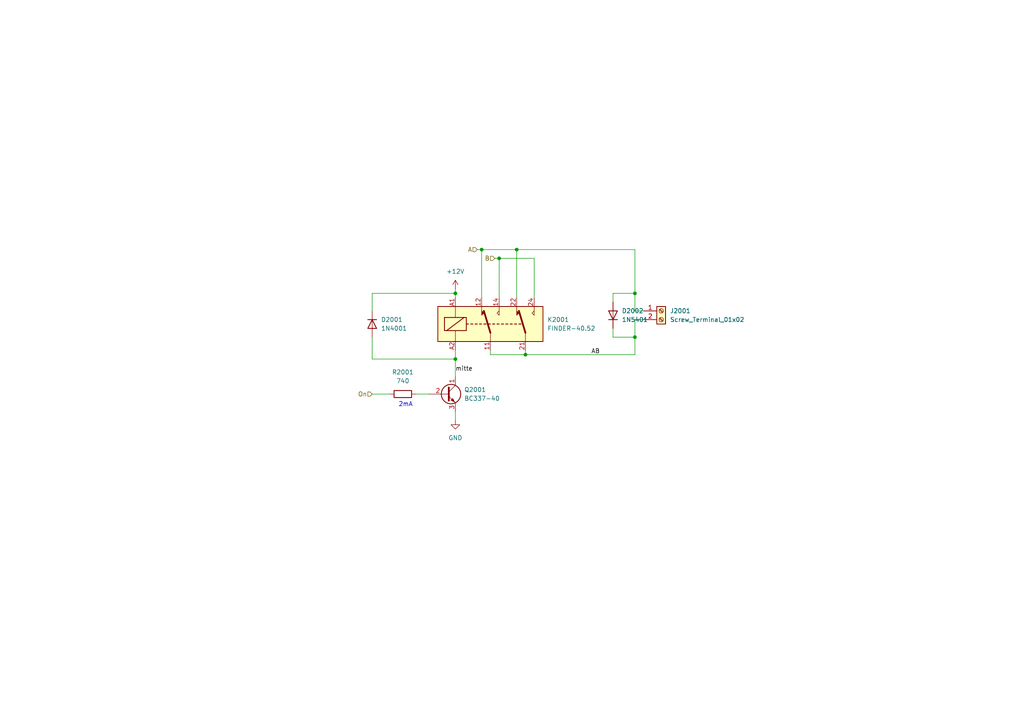
<source format=kicad_sch>
(kicad_sch (version 20211123) (generator eeschema)
  (paper "A4")
  (title_block (date "2022-03-14") (company "makerspace Bocholt"))
  (lib_symbols
    (symbol "Connector:Screw_Terminal_01x02" (pin_names (offset 1.016) hide)
      (property "Reference" "J" (at 0 2.54 0))
      (property "Value" "Screw_Terminal_01x02" (at 0 -5.08 0))
      (symbol "Screw_Terminal_01x02_1_1"
        (rectangle (start -1.27 1.27) (end 1.27 -3.81) (stroke (width 0.254)) (fill (type background)))
        (circle (center 0 -2.54) (radius 0.635) (stroke (width 0.1524)))
        (polyline (pts (xy -0.5334 -2.2098) (xy 0.3302 -3.048)) (stroke (width 0.1524)))
        (polyline (pts (xy -0.5334 0.3302) (xy 0.3302 -0.508)) (stroke (width 0.1524)))
        (polyline (pts (xy -0.3556 -2.032) (xy 0.508 -2.8702)) (stroke (width 0.1524)))
        (polyline (pts (xy -0.3556 0.508) (xy 0.508 -0.3302)) (stroke (width 0.1524)))
        (circle (center 0 0) (radius 0.635) (stroke (width 0.1524)))
        (pin passive line (at -5.08 0 0) (length 3.81) (name "Pin_1") (number "1"))
        (pin passive line (at -5.08 -2.54 0) (length 3.81) (name "Pin_2") (number "2"))
      )
    )
    (symbol "Device:R" (pin_numbers hide) (pin_names (offset 0))
      (property "Reference" "R" (at 2.032 0 90))
      (property "Value" "R" (at 0 0 90))
      (symbol "R_0_1"
        (rectangle (start -1.016 -2.54) (end 1.016 2.54) (stroke (width 0.254)))
      )
      (symbol "R_1_1"
        (pin passive line (at 0 3.81 270) (length 1.27) (name "~") (number "1"))
        (pin passive line (at 0 -3.81 90) (length 1.27) (name "~") (number "2"))
      )
    )
    (symbol "Diode:1N4001" (pin_numbers hide) (pin_names (offset 1.016) hide)
      (property "Reference" "D" (at 0 2.54 0))
      (property "Value" "1N4001" (at 0 -2.54 0))
      (symbol "1N4001_0_1"
        (polyline (pts (xy -1.27 1.27) (xy -1.27 -1.27)) (stroke (width 0.254)))
        (polyline (pts (xy 1.27 0) (xy -1.27 0)))
        (polyline (pts (xy 1.27 1.27) (xy 1.27 -1.27) (xy -1.27 0) (xy 1.27 1.27)) (stroke (width 0.254)))
      )
      (symbol "1N4001_1_1"
        (pin passive line (at -3.81 0 0) (length 2.54) (name "K") (number "1"))
        (pin passive line (at 3.81 0 180) (length 2.54) (name "A") (number "2"))
      )
    )
    (symbol "Diode:1N5401" (pin_numbers hide) (pin_names (offset 1.016) hide)
      (property "Reference" "D" (at 0 2.54 0))
      (property "Value" "1N5401" (at 0 -2.54 0))
      (symbol "1N5401_0_1"
        (polyline (pts (xy -1.27 1.27) (xy -1.27 -1.27)) (stroke (width 0.254)))
        (polyline (pts (xy 1.27 0) (xy -1.27 0)))
        (polyline (pts (xy 1.27 1.27) (xy 1.27 -1.27) (xy -1.27 0) (xy 1.27 1.27)) (stroke (width 0.254)))
      )
      (symbol "1N5401_1_1"
        (pin passive line (at -3.81 0 0) (length 2.54) (name "K") (number "1"))
        (pin passive line (at 3.81 0 180) (length 2.54) (name "A") (number "2"))
      )
    )
    (symbol "Relay:FINDER-40.52"
      (property "Reference" "K" (at 16.51 3.81 0))
      (property "Value" "FINDER-40.52" (at 16.51 1.27 0))
      (symbol "FINDER-40.52_0_1"
        (rectangle (start -15.24 5.08) (end 15.24 -5.08) (stroke (width 0.254)) (fill (type background)))
        (rectangle (start -13.335 1.905) (end -6.985 -1.905) (stroke (width 0.254)))
        (polyline (pts (xy -12.7 -1.905) (xy -7.62 1.905)) (stroke (width 0.254)))
        (polyline (pts (xy -10.16 -5.08) (xy -10.16 -1.905)))
        (polyline (pts (xy -10.16 5.08) (xy -10.16 1.905)))
        (polyline (pts (xy -6.985 0) (xy -6.35 0)) (stroke (width 0.254)))
        (polyline (pts (xy -5.715 0) (xy -5.08 0)) (stroke (width 0.254)))
        (polyline (pts (xy -4.445 0) (xy -3.81 0)) (stroke (width 0.254)))
        (polyline (pts (xy -3.175 0) (xy -2.54 0)) (stroke (width 0.254)))
        (polyline (pts (xy -1.905 0) (xy -1.27 0)) (stroke (width 0.254)))
        (polyline (pts (xy -0.635 0) (xy 0 0)) (stroke (width 0.254)))
        (polyline (pts (xy 0 -2.54) (xy -1.905 3.81)) (stroke (width 0.508)))
        (polyline (pts (xy 0 -2.54) (xy 0 -5.08)))
        (polyline (pts (xy 0.635 0) (xy 1.27 0)) (stroke (width 0.254)))
        (polyline (pts (xy 1.905 0) (xy 2.54 0)) (stroke (width 0.254)))
        (polyline (pts (xy 3.175 0) (xy 3.81 0)) (stroke (width 0.254)))
        (polyline (pts (xy 4.445 0) (xy 5.08 0)) (stroke (width 0.254)))
        (polyline (pts (xy 5.715 0) (xy 6.35 0)) (stroke (width 0.254)))
        (polyline (pts (xy 6.985 0) (xy 7.62 0)) (stroke (width 0.254)))
        (polyline (pts (xy 8.255 0) (xy 8.89 0)) (stroke (width 0.254)))
        (polyline (pts (xy 10.16 -2.54) (xy 8.255 3.81)) (stroke (width 0.508)))
        (polyline (pts (xy 10.16 -2.54) (xy 10.16 -5.08)))
        (polyline (pts (xy -2.54 5.08) (xy -2.54 2.54) (xy -1.905 3.175) (xy -2.54 3.81)) (fill (type outline)))
        (polyline (pts (xy 2.54 5.08) (xy 2.54 2.54) (xy 1.905 3.175) (xy 2.54 3.81)))
        (polyline (pts (xy 7.62 5.08) (xy 7.62 2.54) (xy 8.255 3.175) (xy 7.62 3.81)) (fill (type outline)))
        (polyline (pts (xy 12.7 5.08) (xy 12.7 2.54) (xy 12.065 3.175) (xy 12.7 3.81)))
      )
      (symbol "FINDER-40.52_1_1"
        (pin passive line (at 0 -7.62 90) (length 2.54) (name "~") (number "11"))
        (pin passive line (at -2.54 7.62 270) (length 2.54) (name "~") (number "12"))
        (pin passive line (at 2.54 7.62 270) (length 2.54) (name "~") (number "14"))
        (pin passive line (at 10.16 -7.62 90) (length 2.54) (name "~") (number "21"))
        (pin passive line (at 7.62 7.62 270) (length 2.54) (name "~") (number "22"))
        (pin passive line (at 12.7 7.62 270) (length 2.54) (name "~") (number "24"))
        (pin passive line (at -10.16 7.62 270) (length 2.54) (name "~") (number "A1"))
        (pin passive line (at -10.16 -7.62 90) (length 2.54) (name "~") (number "A2"))
      )
    )
    (symbol "Transistor_BJT:BC337" (pin_names (offset 0) hide)
      (property "Reference" "Q" (at 5.08 1.905 0))
      (property "Value" "BC337" (at 5.08 0 0))
      (symbol "BC337_0_1"
        (polyline (pts (xy 0 0) (xy 0.635 0)))
        (polyline (pts (xy 0.635 0.635) (xy 2.54 2.54)))
        (polyline (pts (xy 0.635 -0.635) (xy 2.54 -2.54) (xy 2.54 -2.54)))
        (polyline (pts (xy 0.635 1.905) (xy 0.635 -1.905) (xy 0.635 -1.905)) (stroke (width 0.508)))
        (polyline (pts (xy 1.27 -1.778) (xy 1.778 -1.27) (xy 2.286 -2.286) (xy 1.27 -1.778) (xy 1.27 -1.778)) (fill (type outline)))
        (circle (center 1.27 0) (radius 2.8194) (stroke (width 0.254)))
      )
      (symbol "BC337_1_1"
        (pin passive line (at 2.54 5.08 270) (length 2.54) (name "C") (number "1"))
        (pin input line (at -5.08 0 0) (length 5.08) (name "B") (number "2"))
        (pin passive line (at 2.54 -5.08 90) (length 2.54) (name "E") (number "3"))
      )
    )
    (symbol "power:+12V" (power) (pin_names (offset 0))
      (property "Value" "+12V" (at 0 3.556 0))
      (symbol "+12V_0_1"
        (polyline (pts (xy -0.762 1.27) (xy 0 2.54)))
        (polyline (pts (xy 0 0) (xy 0 2.54)))
        (polyline (pts (xy 0 2.54) (xy 0.762 1.27)))
      )
      (symbol "+12V_1_1"
        (pin power_in line (at 0 0 90) (length 0) hide (name "+12V") (number "1"))
      )
    )
    (symbol "power:GND" (power) (pin_names (offset 0))
      (property "Value" "GND" (at 0 -3.81 0))
      (symbol "GND_0_1"
        (polyline (pts (xy 0 0) (xy 0 -1.27) (xy 1.27 -1.27) (xy 0 -2.54) (xy -1.27 -1.27) (xy 0 -1.27)))
      )
      (symbol "GND_1_1"
        (pin power_in line (at 0 0 270) (length 0) hide (name "GND") (number "1"))
      )
    )
  )
  (junction (at 139.7 72.39))
  (junction (at 132.08 85.09))
  (junction (at 149.86 72.39))
  (junction (at 144.78 74.93))
  (junction (at 132.08 104.14))
  (junction (at 184.15 85.09))
  (junction (at 184.15 97.79))
  (junction (at 152.4 102.87))
  (wire (pts (xy 184.15 85.09) (xy 184.15 72.39)))
  (wire (pts (xy 177.8 87.63) (xy 177.8 85.09)))
  (wire (pts (xy 149.86 72.39) (xy 149.86 86.36)))
  (wire (pts (xy 138.43 72.39) (xy 139.7 72.39)))
  (wire (pts (xy 107.95 114.3) (xy 113.03 114.3)))
  (wire (pts (xy 184.15 102.87) (xy 184.15 97.79)))
  (wire (pts (xy 132.08 85.09) (xy 132.08 86.36)))
  (wire (pts (xy 107.95 104.14) (xy 132.08 104.14)))
  (wire (pts (xy 142.24 102.87) (xy 152.4 102.87)))
  (wire (pts (xy 132.08 104.14) (xy 132.08 109.22)))
  (wire (pts (xy 184.15 90.17) (xy 184.15 85.09)))
  (wire (pts (xy 132.08 83.82) (xy 132.08 85.09)))
  (wire (pts (xy 107.95 90.17) (xy 107.95 85.09)))
  (wire (pts (xy 149.86 72.39) (xy 184.15 72.39)))
  (wire (pts (xy 139.7 72.39) (xy 139.7 86.36)))
  (wire (pts (xy 177.8 95.25) (xy 177.8 97.79)))
  (wire (pts (xy 139.7 72.39) (xy 149.86 72.39)))
  (wire (pts (xy 186.69 90.17) (xy 184.15 90.17)))
  (wire (pts (xy 177.8 85.09) (xy 184.15 85.09)))
  (wire (pts (xy 132.08 119.38) (xy 132.08 121.92)))
  (wire (pts (xy 184.15 92.71) (xy 186.69 92.71)))
  (wire (pts (xy 107.95 97.79) (xy 107.95 104.14)))
  (wire (pts (xy 120.65 114.3) (xy 124.46 114.3)))
  (wire (pts (xy 154.94 86.36) (xy 154.94 74.93)))
  (wire (pts (xy 177.8 97.79) (xy 184.15 97.79)))
  (wire (pts (xy 184.15 97.79) (xy 184.15 92.71)))
  (wire (pts (xy 144.78 74.93) (xy 143.51 74.93)))
  (wire (pts (xy 144.78 86.36) (xy 144.78 74.93)))
  (wire (pts (xy 152.4 102.87) (xy 184.15 102.87)))
  (wire (pts (xy 152.4 102.87) (xy 152.4 101.6)))
  (wire (pts (xy 142.24 101.6) (xy 142.24 102.87)))
  (wire (pts (xy 107.95 85.09) (xy 132.08 85.09)))
  (wire (pts (xy 154.94 74.93) (xy 144.78 74.93)))
  (wire (pts (xy 132.08 101.6) (xy 132.08 104.14)))
  (text "2mA" (at 115.57 118.11 0) (effects (font (size 1.27 1.27)) (justify left bottom)))
  (label "AB" (at 171.45 102.87 0))
  (label "mitte" (at 132.08 107.95 0))
  (hierarchical_label "On" (shape input) (at 107.95 114.3 180))
  (hierarchical_label "B" (shape input) (at 143.51 74.93 180))
  (hierarchical_label "A" (shape input) (at 138.43 72.39 180))
  (symbol (lib_id "Connector:Screw_Terminal_01x02") (at 191.77 90.17 0)
    (property "Reference" "J2001" (at 194.31 90.1699 0) (effects (justify left)))
    (property "Value" "Screw_Terminal_01x02" (at 194.31 92.7099 0) (effects (justify left)))
    (property "Footprint" "TerminalBlock_Phoenix:TerminalBlock_Phoenix_MKDS-1,5-2-5.08_1x02_P5.08mm_Horizontal" (effects hide))
  )
  (symbol (lib_id "Diode:1N5401") (at 177.8 91.44 90)
    (property "Reference" "D2002" (at 180.34 90.1699 90) (effects (justify right)))
    (property "Value" "1N5401" (at 180.34 92.7099 90) (effects (justify right)))
    (property "Footprint" "Diode_THT:D_DO-201AD_P15.24mm_Horizontal" (effects hide))
    (property "Datasheet" "http://www.vishay.com/docs/88516/1n5400.pdf" (effects hide))
  )
  (symbol (lib_id "power:+12V") (at 132.08 83.82 0)
    (property "Reference" "#PWR02001" (effects hide))
    (property "Value" "+12V" (at 132.08 78.74 0))
  )
  (symbol (lib_id "power:GND") (at 132.08 121.92 0)
    (property "Reference" "#PWR02002" (effects hide))
    (property "Value" "GND" (at 132.08 127 0))
  )
  (symbol (lib_id "Device:R") (at 116.84 114.3 90)
    (property "Reference" "R2001" (at 116.84 107.95 90))
    (property "Value" "740" (at 116.84 110.49 90))
    (property "Footprint" "Resistor_THT:R_Axial_DIN0207_L6.3mm_D2.5mm_P10.16mm_Horizontal" (effects hide))
  )
  (symbol (lib_id "Relay:FINDER-40.52") (at 142.24 93.98 0)
    (property "Reference" "K2001" (at 158.75 92.7099 0) (effects (justify left)))
    (property "Value" "FINDER-40.52" (at 158.75 95.2499 0) (effects (justify left)))
    (property "Footprint" "Relay_THT:Relay_DPDT_Finder_40.52" (effects hide))
    (property "Datasheet" "http://gfinder.findernet.com/assets/Series/353/S40EN.pdf" (effects hide))
  )
  (symbol (lib_id "Diode:1N4001") (at 107.95 93.98 270)
    (property "Reference" "D2001" (at 110.49 92.7099 90) (effects (justify left)))
    (property "Value" "1N4001" (at 110.49 95.2499 90) (effects (justify left)))
    (property "Footprint" "Diode_THT:D_DO-41_SOD81_P10.16mm_Horizontal" (effects hide))
    (property "Datasheet" "http://www.vishay.com/docs/88503/1n4001.pdf" (effects hide))
  )
  (symbol (lib_id "Transistor_BJT:BC337") (at 129.54 114.3 0)
    (property "Reference" "Q2001" (at 134.62 113.0299 0) (effects (justify left)))
    (property "Value" "BC337-40" (at 134.62 115.5699 0) (effects (justify left)))
    (property "Footprint" "Package_TO_SOT_THT:TO-92_Inline" (effects hide))
    (property "Datasheet" "https://diotec.com/tl_files/diotec/files/pdf/datasheets/bc337.pdf" (effects hide))
  )
)
</source>
